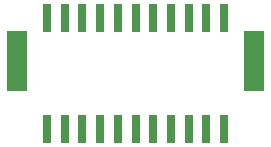
<source format=gbr>
%TF.GenerationSoftware,KiCad,Pcbnew,(6.0.10)*%
%TF.CreationDate,2023-02-27T01:31:51-05:00*%
%TF.ProjectId,vehicle side connector,76656869-636c-4652-9073-69646520636f,rev?*%
%TF.SameCoordinates,Original*%
%TF.FileFunction,Paste,Bot*%
%TF.FilePolarity,Positive*%
%FSLAX46Y46*%
G04 Gerber Fmt 4.6, Leading zero omitted, Abs format (unit mm)*
G04 Created by KiCad (PCBNEW (6.0.10)) date 2023-02-27 01:31:51*
%MOMM*%
%LPD*%
G01*
G04 APERTURE LIST*
%ADD10R,0.800000X2.450000*%
%ADD11R,1.800000X5.050000*%
G04 APERTURE END LIST*
D10*
%TO.C,J3*%
X157727000Y-83948000D03*
X157727000Y-74548000D03*
X159227000Y-83948000D03*
X159227000Y-74548000D03*
X160727000Y-83948000D03*
X160727000Y-74548000D03*
X162227000Y-83948000D03*
X162227000Y-74548000D03*
X163727000Y-83948000D03*
X163727000Y-74548000D03*
X165227000Y-83948000D03*
X165227000Y-74548000D03*
X166727000Y-83948000D03*
X166727000Y-74548000D03*
X168227000Y-83948000D03*
X168227000Y-74548000D03*
X169727000Y-83948000D03*
X169727000Y-74548000D03*
X171227000Y-83948000D03*
X171227000Y-74548000D03*
X172727000Y-83948000D03*
X172727000Y-74548000D03*
D11*
X175257000Y-78148000D03*
X155197000Y-78148000D03*
%TD*%
M02*

</source>
